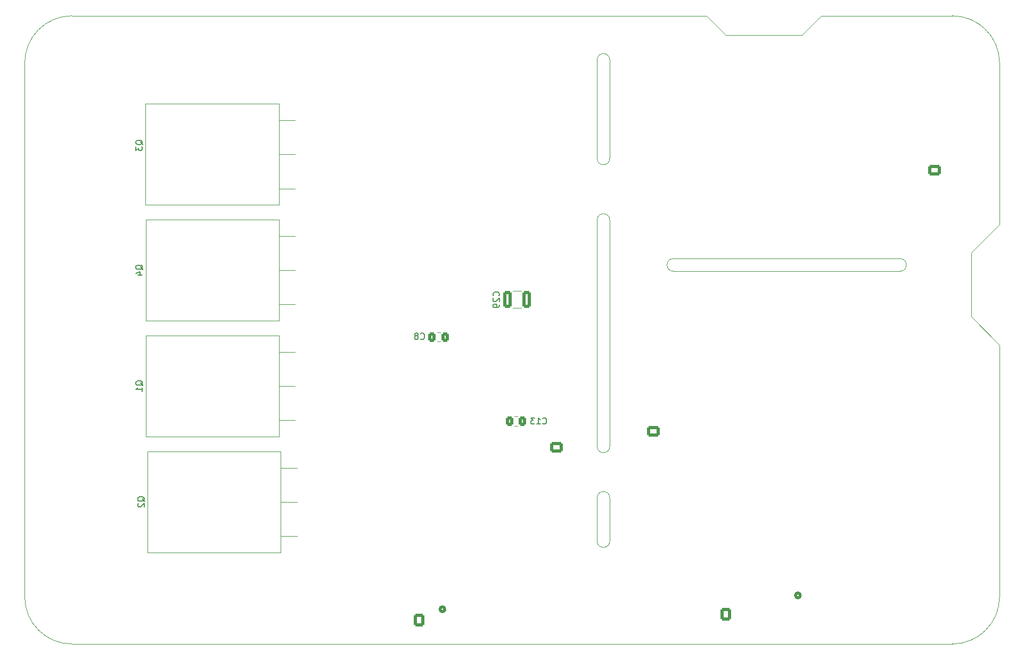
<source format=gbr>
G04 #@! TF.GenerationSoftware,KiCad,Pcbnew,7.0.7+dfsg-1*
G04 #@! TF.CreationDate,2024-12-02T20:39:15+01:00*
G04 #@! TF.ProjectId,evoIII-pulseboard,65766f49-4949-42d7-9075-6c7365626f61,rev?*
G04 #@! TF.SameCoordinates,Original*
G04 #@! TF.FileFunction,Legend,Bot*
G04 #@! TF.FilePolarity,Positive*
%FSLAX46Y46*%
G04 Gerber Fmt 4.6, Leading zero omitted, Abs format (unit mm)*
G04 Created by KiCad (PCBNEW 7.0.7+dfsg-1) date 2024-12-02 20:39:15*
%MOMM*%
%LPD*%
G01*
G04 APERTURE LIST*
G04 Aperture macros list*
%AMRoundRect*
0 Rectangle with rounded corners*
0 $1 Rounding radius*
0 $2 $3 $4 $5 $6 $7 $8 $9 X,Y pos of 4 corners*
0 Add a 4 corners polygon primitive as box body*
4,1,4,$2,$3,$4,$5,$6,$7,$8,$9,$2,$3,0*
0 Add four circle primitives for the rounded corners*
1,1,$1+$1,$2,$3*
1,1,$1+$1,$4,$5*
1,1,$1+$1,$6,$7*
1,1,$1+$1,$8,$9*
0 Add four rect primitives between the rounded corners*
20,1,$1+$1,$2,$3,$4,$5,0*
20,1,$1+$1,$4,$5,$6,$7,0*
20,1,$1+$1,$6,$7,$8,$9,0*
20,1,$1+$1,$8,$9,$2,$3,0*%
G04 Aperture macros list end*
%ADD10C,0.150000*%
%ADD11C,0.508000*%
%ADD12C,0.120000*%
%ADD13RoundRect,0.250000X0.600000X0.750000X-0.600000X0.750000X-0.600000X-0.750000X0.600000X-0.750000X0*%
%ADD14O,1.700000X2.000000*%
%ADD15RoundRect,0.250000X-0.600000X-0.750000X0.600000X-0.750000X0.600000X0.750000X-0.600000X0.750000X0*%
%ADD16C,0.800000*%
%ADD17C,6.400000*%
%ADD18R,2.100000X2.100000*%
%ADD19C,2.100000*%
%ADD20RoundRect,0.250000X0.750000X-0.600000X0.750000X0.600000X-0.750000X0.600000X-0.750000X-0.600000X0*%
%ADD21O,2.000000X1.700000*%
%ADD22C,1.200000*%
%ADD23C,2.175000*%
%ADD24RoundRect,0.250000X0.725000X-0.600000X0.725000X0.600000X-0.725000X0.600000X-0.725000X-0.600000X0*%
%ADD25O,1.950000X1.700000*%
%ADD26R,2.600000X2.600000*%
%ADD27O,2.600000X2.600000*%
%ADD28C,1.905000*%
%ADD29R,2.400000X2.400000*%
%ADD30C,2.400000*%
%ADD31RoundRect,0.250000X-0.750000X0.600000X-0.750000X-0.600000X0.750000X-0.600000X0.750000X0.600000X0*%
%ADD32C,1.440000*%
%ADD33R,1.500000X1.500000*%
%ADD34C,1.500000*%
%ADD35O,3.600000X3.600000*%
%ADD36R,4.500000X2.500000*%
%ADD37O,4.500000X2.500000*%
%ADD38RoundRect,0.250000X-0.412500X-1.100000X0.412500X-1.100000X0.412500X1.100000X-0.412500X1.100000X0*%
%ADD39RoundRect,0.250000X0.337500X0.475000X-0.337500X0.475000X-0.337500X-0.475000X0.337500X-0.475000X0*%
%ADD40RoundRect,0.250000X-0.337500X-0.475000X0.337500X-0.475000X0.337500X0.475000X-0.337500X0.475000X0*%
G04 #@! TA.AperFunction,Profile*
%ADD41C,0.100000*%
G04 #@! TD*
G04 APERTURE END LIST*
D10*
X236270057Y-113023811D02*
X236222438Y-112928573D01*
X236222438Y-112928573D02*
X236127200Y-112833335D01*
X236127200Y-112833335D02*
X235984342Y-112690478D01*
X235984342Y-112690478D02*
X235936723Y-112595240D01*
X235936723Y-112595240D02*
X235936723Y-112500002D01*
X236174819Y-112547621D02*
X236127200Y-112452383D01*
X236127200Y-112452383D02*
X236031961Y-112357145D01*
X236031961Y-112357145D02*
X235841485Y-112309526D01*
X235841485Y-112309526D02*
X235508152Y-112309526D01*
X235508152Y-112309526D02*
X235317676Y-112357145D01*
X235317676Y-112357145D02*
X235222438Y-112452383D01*
X235222438Y-112452383D02*
X235174819Y-112547621D01*
X235174819Y-112547621D02*
X235174819Y-112738097D01*
X235174819Y-112738097D02*
X235222438Y-112833335D01*
X235222438Y-112833335D02*
X235317676Y-112928573D01*
X235317676Y-112928573D02*
X235508152Y-112976192D01*
X235508152Y-112976192D02*
X235841485Y-112976192D01*
X235841485Y-112976192D02*
X236031961Y-112928573D01*
X236031961Y-112928573D02*
X236127200Y-112833335D01*
X236127200Y-112833335D02*
X236174819Y-112738097D01*
X236174819Y-112738097D02*
X236174819Y-112547621D01*
X235174819Y-113309526D02*
X235174819Y-113928573D01*
X235174819Y-113928573D02*
X235555771Y-113595240D01*
X235555771Y-113595240D02*
X235555771Y-113738097D01*
X235555771Y-113738097D02*
X235603390Y-113833335D01*
X235603390Y-113833335D02*
X235651009Y-113880954D01*
X235651009Y-113880954D02*
X235746247Y-113928573D01*
X235746247Y-113928573D02*
X235984342Y-113928573D01*
X235984342Y-113928573D02*
X236079580Y-113880954D01*
X236079580Y-113880954D02*
X236127200Y-113833335D01*
X236127200Y-113833335D02*
X236174819Y-113738097D01*
X236174819Y-113738097D02*
X236174819Y-113452383D01*
X236174819Y-113452383D02*
X236127200Y-113357145D01*
X236127200Y-113357145D02*
X236079580Y-113309526D01*
X292865980Y-137050542D02*
X292913600Y-137002923D01*
X292913600Y-137002923D02*
X292961219Y-136860066D01*
X292961219Y-136860066D02*
X292961219Y-136764828D01*
X292961219Y-136764828D02*
X292913600Y-136621971D01*
X292913600Y-136621971D02*
X292818361Y-136526733D01*
X292818361Y-136526733D02*
X292723123Y-136479114D01*
X292723123Y-136479114D02*
X292532647Y-136431495D01*
X292532647Y-136431495D02*
X292389790Y-136431495D01*
X292389790Y-136431495D02*
X292199314Y-136479114D01*
X292199314Y-136479114D02*
X292104076Y-136526733D01*
X292104076Y-136526733D02*
X292008838Y-136621971D01*
X292008838Y-136621971D02*
X291961219Y-136764828D01*
X291961219Y-136764828D02*
X291961219Y-136860066D01*
X291961219Y-136860066D02*
X292008838Y-137002923D01*
X292008838Y-137002923D02*
X292056457Y-137050542D01*
X292056457Y-137431495D02*
X292008838Y-137479114D01*
X292008838Y-137479114D02*
X291961219Y-137574352D01*
X291961219Y-137574352D02*
X291961219Y-137812447D01*
X291961219Y-137812447D02*
X292008838Y-137907685D01*
X292008838Y-137907685D02*
X292056457Y-137955304D01*
X292056457Y-137955304D02*
X292151695Y-138002923D01*
X292151695Y-138002923D02*
X292246933Y-138002923D01*
X292246933Y-138002923D02*
X292389790Y-137955304D01*
X292389790Y-137955304D02*
X292961219Y-137383876D01*
X292961219Y-137383876D02*
X292961219Y-138002923D01*
X292961219Y-138479114D02*
X292961219Y-138669590D01*
X292961219Y-138669590D02*
X292913600Y-138764828D01*
X292913600Y-138764828D02*
X292865980Y-138812447D01*
X292865980Y-138812447D02*
X292723123Y-138907685D01*
X292723123Y-138907685D02*
X292532647Y-138955304D01*
X292532647Y-138955304D02*
X292151695Y-138955304D01*
X292151695Y-138955304D02*
X292056457Y-138907685D01*
X292056457Y-138907685D02*
X292008838Y-138860066D01*
X292008838Y-138860066D02*
X291961219Y-138764828D01*
X291961219Y-138764828D02*
X291961219Y-138574352D01*
X291961219Y-138574352D02*
X292008838Y-138479114D01*
X292008838Y-138479114D02*
X292056457Y-138431495D01*
X292056457Y-138431495D02*
X292151695Y-138383876D01*
X292151695Y-138383876D02*
X292389790Y-138383876D01*
X292389790Y-138383876D02*
X292485028Y-138431495D01*
X292485028Y-138431495D02*
X292532647Y-138479114D01*
X292532647Y-138479114D02*
X292580266Y-138574352D01*
X292580266Y-138574352D02*
X292580266Y-138764828D01*
X292580266Y-138764828D02*
X292532647Y-138860066D01*
X292532647Y-138860066D02*
X292485028Y-138907685D01*
X292485028Y-138907685D02*
X292389790Y-138955304D01*
X236575057Y-169804761D02*
X236527438Y-169709523D01*
X236527438Y-169709523D02*
X236432200Y-169614285D01*
X236432200Y-169614285D02*
X236289342Y-169471428D01*
X236289342Y-169471428D02*
X236241723Y-169376190D01*
X236241723Y-169376190D02*
X236241723Y-169280952D01*
X236479819Y-169328571D02*
X236432200Y-169233333D01*
X236432200Y-169233333D02*
X236336961Y-169138095D01*
X236336961Y-169138095D02*
X236146485Y-169090476D01*
X236146485Y-169090476D02*
X235813152Y-169090476D01*
X235813152Y-169090476D02*
X235622676Y-169138095D01*
X235622676Y-169138095D02*
X235527438Y-169233333D01*
X235527438Y-169233333D02*
X235479819Y-169328571D01*
X235479819Y-169328571D02*
X235479819Y-169519047D01*
X235479819Y-169519047D02*
X235527438Y-169614285D01*
X235527438Y-169614285D02*
X235622676Y-169709523D01*
X235622676Y-169709523D02*
X235813152Y-169757142D01*
X235813152Y-169757142D02*
X236146485Y-169757142D01*
X236146485Y-169757142D02*
X236336961Y-169709523D01*
X236336961Y-169709523D02*
X236432200Y-169614285D01*
X236432200Y-169614285D02*
X236479819Y-169519047D01*
X236479819Y-169519047D02*
X236479819Y-169328571D01*
X235575057Y-170138095D02*
X235527438Y-170185714D01*
X235527438Y-170185714D02*
X235479819Y-170280952D01*
X235479819Y-170280952D02*
X235479819Y-170519047D01*
X235479819Y-170519047D02*
X235527438Y-170614285D01*
X235527438Y-170614285D02*
X235575057Y-170661904D01*
X235575057Y-170661904D02*
X235670295Y-170709523D01*
X235670295Y-170709523D02*
X235765533Y-170709523D01*
X235765533Y-170709523D02*
X235908390Y-170661904D01*
X235908390Y-170661904D02*
X236479819Y-170090476D01*
X236479819Y-170090476D02*
X236479819Y-170709523D01*
X236290057Y-132904761D02*
X236242438Y-132809523D01*
X236242438Y-132809523D02*
X236147200Y-132714285D01*
X236147200Y-132714285D02*
X236004342Y-132571428D01*
X236004342Y-132571428D02*
X235956723Y-132476190D01*
X235956723Y-132476190D02*
X235956723Y-132380952D01*
X236194819Y-132428571D02*
X236147200Y-132333333D01*
X236147200Y-132333333D02*
X236051961Y-132238095D01*
X236051961Y-132238095D02*
X235861485Y-132190476D01*
X235861485Y-132190476D02*
X235528152Y-132190476D01*
X235528152Y-132190476D02*
X235337676Y-132238095D01*
X235337676Y-132238095D02*
X235242438Y-132333333D01*
X235242438Y-132333333D02*
X235194819Y-132428571D01*
X235194819Y-132428571D02*
X235194819Y-132619047D01*
X235194819Y-132619047D02*
X235242438Y-132714285D01*
X235242438Y-132714285D02*
X235337676Y-132809523D01*
X235337676Y-132809523D02*
X235528152Y-132857142D01*
X235528152Y-132857142D02*
X235861485Y-132857142D01*
X235861485Y-132857142D02*
X236051961Y-132809523D01*
X236051961Y-132809523D02*
X236147200Y-132714285D01*
X236147200Y-132714285D02*
X236194819Y-132619047D01*
X236194819Y-132619047D02*
X236194819Y-132428571D01*
X235528152Y-133714285D02*
X236194819Y-133714285D01*
X235147200Y-133476190D02*
X235861485Y-133238095D01*
X235861485Y-133238095D02*
X235861485Y-133857142D01*
X280451766Y-143920380D02*
X280499385Y-143968000D01*
X280499385Y-143968000D02*
X280642242Y-144015619D01*
X280642242Y-144015619D02*
X280737480Y-144015619D01*
X280737480Y-144015619D02*
X280880337Y-143968000D01*
X280880337Y-143968000D02*
X280975575Y-143872761D01*
X280975575Y-143872761D02*
X281023194Y-143777523D01*
X281023194Y-143777523D02*
X281070813Y-143587047D01*
X281070813Y-143587047D02*
X281070813Y-143444190D01*
X281070813Y-143444190D02*
X281023194Y-143253714D01*
X281023194Y-143253714D02*
X280975575Y-143158476D01*
X280975575Y-143158476D02*
X280880337Y-143063238D01*
X280880337Y-143063238D02*
X280737480Y-143015619D01*
X280737480Y-143015619D02*
X280642242Y-143015619D01*
X280642242Y-143015619D02*
X280499385Y-143063238D01*
X280499385Y-143063238D02*
X280451766Y-143110857D01*
X279880337Y-143444190D02*
X279975575Y-143396571D01*
X279975575Y-143396571D02*
X280023194Y-143348952D01*
X280023194Y-143348952D02*
X280070813Y-143253714D01*
X280070813Y-143253714D02*
X280070813Y-143206095D01*
X280070813Y-143206095D02*
X280023194Y-143110857D01*
X280023194Y-143110857D02*
X279975575Y-143063238D01*
X279975575Y-143063238D02*
X279880337Y-143015619D01*
X279880337Y-143015619D02*
X279689861Y-143015619D01*
X279689861Y-143015619D02*
X279594623Y-143063238D01*
X279594623Y-143063238D02*
X279547004Y-143110857D01*
X279547004Y-143110857D02*
X279499385Y-143206095D01*
X279499385Y-143206095D02*
X279499385Y-143253714D01*
X279499385Y-143253714D02*
X279547004Y-143348952D01*
X279547004Y-143348952D02*
X279594623Y-143396571D01*
X279594623Y-143396571D02*
X279689861Y-143444190D01*
X279689861Y-143444190D02*
X279880337Y-143444190D01*
X279880337Y-143444190D02*
X279975575Y-143491809D01*
X279975575Y-143491809D02*
X280023194Y-143539428D01*
X280023194Y-143539428D02*
X280070813Y-143634666D01*
X280070813Y-143634666D02*
X280070813Y-143825142D01*
X280070813Y-143825142D02*
X280023194Y-143920380D01*
X280023194Y-143920380D02*
X279975575Y-143968000D01*
X279975575Y-143968000D02*
X279880337Y-144015619D01*
X279880337Y-144015619D02*
X279689861Y-144015619D01*
X279689861Y-144015619D02*
X279594623Y-143968000D01*
X279594623Y-143968000D02*
X279547004Y-143920380D01*
X279547004Y-143920380D02*
X279499385Y-143825142D01*
X279499385Y-143825142D02*
X279499385Y-143634666D01*
X279499385Y-143634666D02*
X279547004Y-143539428D01*
X279547004Y-143539428D02*
X279594623Y-143491809D01*
X279594623Y-143491809D02*
X279689861Y-143444190D01*
X236290057Y-151354761D02*
X236242438Y-151259523D01*
X236242438Y-151259523D02*
X236147200Y-151164285D01*
X236147200Y-151164285D02*
X236004342Y-151021428D01*
X236004342Y-151021428D02*
X235956723Y-150926190D01*
X235956723Y-150926190D02*
X235956723Y-150830952D01*
X236194819Y-150878571D02*
X236147200Y-150783333D01*
X236147200Y-150783333D02*
X236051961Y-150688095D01*
X236051961Y-150688095D02*
X235861485Y-150640476D01*
X235861485Y-150640476D02*
X235528152Y-150640476D01*
X235528152Y-150640476D02*
X235337676Y-150688095D01*
X235337676Y-150688095D02*
X235242438Y-150783333D01*
X235242438Y-150783333D02*
X235194819Y-150878571D01*
X235194819Y-150878571D02*
X235194819Y-151069047D01*
X235194819Y-151069047D02*
X235242438Y-151164285D01*
X235242438Y-151164285D02*
X235337676Y-151259523D01*
X235337676Y-151259523D02*
X235528152Y-151307142D01*
X235528152Y-151307142D02*
X235861485Y-151307142D01*
X235861485Y-151307142D02*
X236051961Y-151259523D01*
X236051961Y-151259523D02*
X236147200Y-151164285D01*
X236147200Y-151164285D02*
X236194819Y-151069047D01*
X236194819Y-151069047D02*
X236194819Y-150878571D01*
X236194819Y-152259523D02*
X236194819Y-151688095D01*
X236194819Y-151973809D02*
X235194819Y-151973809D01*
X235194819Y-151973809D02*
X235337676Y-151878571D01*
X235337676Y-151878571D02*
X235432914Y-151783333D01*
X235432914Y-151783333D02*
X235480533Y-151688095D01*
X299853457Y-157407780D02*
X299901076Y-157455400D01*
X299901076Y-157455400D02*
X300043933Y-157503019D01*
X300043933Y-157503019D02*
X300139171Y-157503019D01*
X300139171Y-157503019D02*
X300282028Y-157455400D01*
X300282028Y-157455400D02*
X300377266Y-157360161D01*
X300377266Y-157360161D02*
X300424885Y-157264923D01*
X300424885Y-157264923D02*
X300472504Y-157074447D01*
X300472504Y-157074447D02*
X300472504Y-156931590D01*
X300472504Y-156931590D02*
X300424885Y-156741114D01*
X300424885Y-156741114D02*
X300377266Y-156645876D01*
X300377266Y-156645876D02*
X300282028Y-156550638D01*
X300282028Y-156550638D02*
X300139171Y-156503019D01*
X300139171Y-156503019D02*
X300043933Y-156503019D01*
X300043933Y-156503019D02*
X299901076Y-156550638D01*
X299901076Y-156550638D02*
X299853457Y-156598257D01*
X298901076Y-157503019D02*
X299472504Y-157503019D01*
X299186790Y-157503019D02*
X299186790Y-156503019D01*
X299186790Y-156503019D02*
X299282028Y-156645876D01*
X299282028Y-156645876D02*
X299377266Y-156741114D01*
X299377266Y-156741114D02*
X299472504Y-156788733D01*
X298567742Y-156503019D02*
X297948695Y-156503019D01*
X297948695Y-156503019D02*
X298282028Y-156883971D01*
X298282028Y-156883971D02*
X298139171Y-156883971D01*
X298139171Y-156883971D02*
X298043933Y-156931590D01*
X298043933Y-156931590D02*
X297996314Y-156979209D01*
X297996314Y-156979209D02*
X297948695Y-157074447D01*
X297948695Y-157074447D02*
X297948695Y-157312542D01*
X297948695Y-157312542D02*
X297996314Y-157407780D01*
X297996314Y-157407780D02*
X298043933Y-157455400D01*
X298043933Y-157455400D02*
X298139171Y-157503019D01*
X298139171Y-157503019D02*
X298424885Y-157503019D01*
X298424885Y-157503019D02*
X298520123Y-157455400D01*
X298520123Y-157455400D02*
X298567742Y-157407780D01*
D11*
X340814600Y-184766000D02*
G75*
G03*
X340814600Y-184766000I-381000J0D01*
G01*
X284296500Y-186972500D02*
G75*
G03*
X284296500Y-186972500I-381000J0D01*
G01*
D12*
X236720000Y-122620000D02*
X236720000Y-106480000D01*
X257910000Y-122620000D02*
X236720000Y-122620000D01*
X257910000Y-122620000D02*
X257910000Y-106480000D01*
X260470000Y-120000000D02*
X257910000Y-120000000D01*
X260470000Y-114550000D02*
X257910000Y-114550000D01*
X260470000Y-109100000D02*
X257910000Y-109100000D01*
X257910000Y-106480000D02*
X236720000Y-106480000D01*
X295068748Y-136320000D02*
X296491252Y-136320000D01*
X295068748Y-139040000D02*
X296491252Y-139040000D01*
X237025000Y-177970000D02*
X237025000Y-161830000D01*
X258215000Y-177970000D02*
X237025000Y-177970000D01*
X258215000Y-177970000D02*
X258215000Y-161830000D01*
X260775000Y-175350000D02*
X258215000Y-175350000D01*
X260775000Y-169900000D02*
X258215000Y-169900000D01*
X260775000Y-164450000D02*
X258215000Y-164450000D01*
X258215000Y-161830000D02*
X237025000Y-161830000D01*
X236740000Y-141070000D02*
X236740000Y-124930000D01*
X257930000Y-141070000D02*
X236740000Y-141070000D01*
X257930000Y-141070000D02*
X257930000Y-124930000D01*
X260490000Y-138450000D02*
X257930000Y-138450000D01*
X260490000Y-133000000D02*
X257930000Y-133000000D01*
X260490000Y-127550000D02*
X257930000Y-127550000D01*
X257930000Y-124930000D02*
X236740000Y-124930000D01*
X283572852Y-144372000D02*
X283050348Y-144372000D01*
X283572852Y-142902000D02*
X283050348Y-142902000D01*
X236740000Y-159520000D02*
X236740000Y-143380000D01*
X257930000Y-159520000D02*
X236740000Y-159520000D01*
X257930000Y-159520000D02*
X257930000Y-143380000D01*
X260490000Y-156900000D02*
X257930000Y-156900000D01*
X260490000Y-151450000D02*
X257930000Y-151450000D01*
X260490000Y-146000000D02*
X257930000Y-146000000D01*
X257930000Y-143380000D02*
X236740000Y-143380000D01*
X295369348Y-156313200D02*
X295891852Y-156313200D01*
X295369348Y-157783200D02*
X295891852Y-157783200D01*
%LPC*%
D13*
X280200000Y-188740000D03*
D14*
X277700000Y-188740000D03*
D15*
X329000000Y-187750000D03*
D14*
X331500000Y-187750000D03*
D16*
X222600000Y-185000000D03*
X223302944Y-183302944D03*
X223302944Y-186697056D03*
X225000000Y-182600000D03*
D17*
X225000000Y-185000000D03*
D16*
X225000000Y-187400000D03*
X226697056Y-183302944D03*
X226697056Y-186697056D03*
X227400000Y-185000000D03*
X222600000Y-100000000D03*
X223302944Y-98302944D03*
X223302944Y-101697056D03*
X225000000Y-97600000D03*
D17*
X225000000Y-100000000D03*
D16*
X225000000Y-102400000D03*
X226697056Y-98302944D03*
X226697056Y-101697056D03*
X227400000Y-100000000D03*
D18*
X230022400Y-146685000D03*
D19*
X230022400Y-154185000D03*
X230022400Y-161685000D03*
X230022400Y-169185000D03*
D20*
X302030000Y-161224600D03*
D21*
X302030000Y-158724600D03*
D22*
X223080000Y-138709400D03*
X228080000Y-138709400D03*
D23*
X287831000Y-138096200D03*
X286131000Y-136396200D03*
X287831000Y-134696200D03*
X286131000Y-132996200D03*
X287831000Y-131296200D03*
D24*
X362150000Y-117100000D03*
D25*
X362150000Y-114600000D03*
X362150000Y-112100000D03*
X362150000Y-109600000D03*
X362150000Y-107100000D03*
D26*
X342277000Y-177004000D03*
D27*
X342277000Y-171924000D03*
D28*
X345833000Y-184766000D03*
X350833000Y-184766000D03*
D16*
X362600000Y-100000000D03*
X363302944Y-98302944D03*
X363302944Y-101697056D03*
X365000000Y-97600000D03*
D17*
X365000000Y-100000000D03*
D16*
X365000000Y-102400000D03*
X366697056Y-98302944D03*
X366697056Y-101697056D03*
X367400000Y-100000000D03*
D29*
X228574600Y-128016000D03*
D30*
X223574600Y-128016000D03*
D31*
X317490000Y-158684600D03*
D21*
X317490000Y-161184600D03*
D32*
X265970000Y-182775000D03*
X263430000Y-185315000D03*
X260890000Y-182775000D03*
D33*
X301880000Y-184670000D03*
D34*
X304420000Y-184670000D03*
X306960000Y-184670000D03*
X312040000Y-184670000D03*
X314580000Y-184670000D03*
X317120000Y-184670000D03*
X319660000Y-184670000D03*
D26*
X353961000Y-177004000D03*
D27*
X353961000Y-171924000D03*
D16*
X362600000Y-185000000D03*
X363302944Y-183302944D03*
X363302944Y-186697056D03*
X365000000Y-182600000D03*
D17*
X365000000Y-185000000D03*
D16*
X365000000Y-187400000D03*
X366697056Y-183302944D03*
X366697056Y-186697056D03*
X367400000Y-185000000D03*
D28*
X289314900Y-186972500D03*
X294314900Y-186972500D03*
D35*
X243010000Y-114550000D03*
D36*
X262870000Y-120000000D03*
D37*
X262870000Y-114550000D03*
X262870000Y-109100000D03*
D38*
X294217500Y-137680000D03*
X297342500Y-137680000D03*
D35*
X243315000Y-169900000D03*
D36*
X263175000Y-175350000D03*
D37*
X263175000Y-169900000D03*
X263175000Y-164450000D03*
D35*
X243030000Y-133000000D03*
D36*
X262890000Y-138450000D03*
D37*
X262890000Y-133000000D03*
X262890000Y-127550000D03*
D39*
X284349100Y-143637000D03*
X282274100Y-143637000D03*
D35*
X243030000Y-151450000D03*
D36*
X262890000Y-156900000D03*
D37*
X262890000Y-151450000D03*
X262890000Y-146000000D03*
D40*
X294593100Y-157048200D03*
X296668100Y-157048200D03*
%LPD*%
D41*
X217500000Y-185000000D02*
X217500000Y-100000000D01*
X308515873Y-169241000D02*
X308515873Y-176126000D01*
X225000000Y-92500000D02*
G75*
G03*
X217500000Y-100000000I0J-7500000D01*
G01*
X308515873Y-125000000D02*
X308515873Y-161050000D01*
X365000000Y-192500000D02*
X225000000Y-192500000D01*
X325907400Y-92500000D02*
X328987600Y-95580200D01*
X356681400Y-133154200D02*
G75*
G03*
X356681400Y-131154000I0J1000100D01*
G01*
X217500000Y-185000000D02*
G75*
G03*
X225000000Y-192500000I7500000J0D01*
G01*
X310516127Y-169241000D02*
X310516127Y-176126000D01*
X320631400Y-133158254D02*
X356681400Y-133158254D01*
X328987600Y-95580200D02*
X341045800Y-95580200D01*
X372500000Y-100000000D02*
G75*
G03*
X365000000Y-92500000I-7500000J0D01*
G01*
X320631400Y-131157946D02*
G75*
G03*
X320631400Y-133158254I0J-1000154D01*
G01*
X308519873Y-161050000D02*
G75*
G03*
X310520127Y-161050000I1000127J0D01*
G01*
X308515873Y-176126000D02*
G75*
G03*
X310516127Y-176126000I1000127J0D01*
G01*
X308515873Y-115208873D02*
G75*
G03*
X310516127Y-115208873I1000127J0D01*
G01*
X225000000Y-92500000D02*
X325907400Y-92500000D01*
X365000000Y-192500000D02*
G75*
G03*
X372500000Y-185000000I0J7500000D01*
G01*
X310516127Y-99500000D02*
G75*
G03*
X309516000Y-98499873I-1000127J0D01*
G01*
X356681400Y-131154000D02*
X320631400Y-131154000D01*
X309516000Y-98499873D02*
G75*
G03*
X308515873Y-99500000I0J-1000127D01*
G01*
X372499673Y-125670327D02*
X367990000Y-130180000D01*
X372500000Y-100000000D02*
X372500000Y-125670000D01*
X372500000Y-185000000D02*
X372500000Y-144900000D01*
X310516127Y-169241000D02*
G75*
G03*
X308515873Y-169241000I-1000127J0D01*
G01*
X367990000Y-130180000D02*
X367990000Y-140390000D01*
X310516127Y-125000000D02*
G75*
G03*
X308515873Y-125000000I-1000127J0D01*
G01*
X367990000Y-140390000D02*
X372500055Y-144900055D01*
X308515873Y-115208873D02*
X308515873Y-99500000D01*
X344126000Y-92500000D02*
X365000000Y-92500000D01*
X310520127Y-161050000D02*
X310520127Y-125000000D01*
X341045800Y-95580200D02*
X344126000Y-92500000D01*
X310516127Y-99500000D02*
X310516127Y-115208873D01*
M02*

</source>
